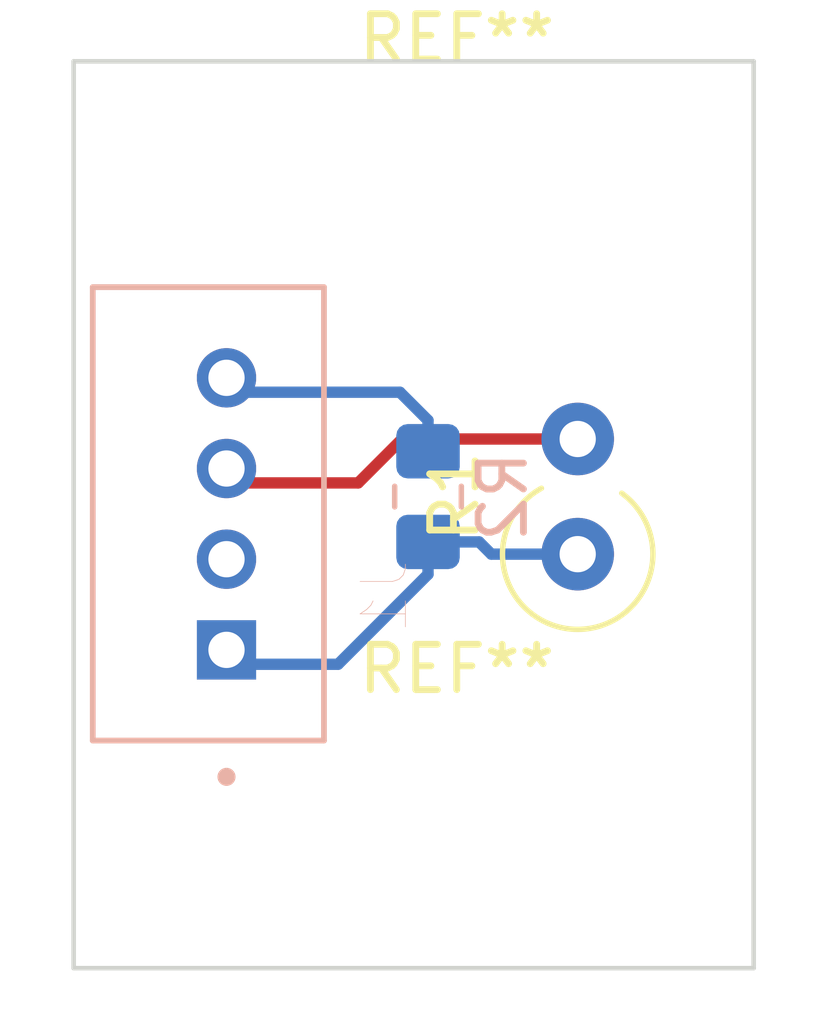
<source format=kicad_pcb>
(kicad_pcb (version 20171130) (host pcbnew "(5.1.10-1-10_14)")

  (general
    (thickness 1.6)
    (drawings 4)
    (tracks 12)
    (zones 0)
    (modules 5)
    (nets 5)
  )

  (page A4)
  (layers
    (0 F.Cu signal)
    (31 B.Cu signal)
    (32 B.Adhes user)
    (33 F.Adhes user)
    (34 B.Paste user)
    (35 F.Paste user)
    (36 B.SilkS user)
    (37 F.SilkS user)
    (38 B.Mask user)
    (39 F.Mask user)
    (40 Dwgs.User user)
    (41 Cmts.User user)
    (42 Eco1.User user)
    (43 Eco2.User user)
    (44 Edge.Cuts user)
    (45 Margin user)
    (46 B.CrtYd user)
    (47 F.CrtYd user)
    (48 B.Fab user)
    (49 F.Fab user)
  )

  (setup
    (last_trace_width 0.25)
    (trace_clearance 0.2)
    (zone_clearance 0.508)
    (zone_45_only no)
    (trace_min 0.2)
    (via_size 0.8)
    (via_drill 0.4)
    (via_min_size 0.4)
    (via_min_drill 0.3)
    (uvia_size 0.3)
    (uvia_drill 0.1)
    (uvias_allowed no)
    (uvia_min_size 0.2)
    (uvia_min_drill 0.1)
    (edge_width 0.1)
    (segment_width 0.2)
    (pcb_text_width 0.3)
    (pcb_text_size 1.5 1.5)
    (mod_edge_width 0.15)
    (mod_text_size 1 1)
    (mod_text_width 0.15)
    (pad_size 1.524 1.524)
    (pad_drill 0.762)
    (pad_to_mask_clearance 0)
    (aux_axis_origin 0 0)
    (visible_elements FFFFFF7F)
    (pcbplotparams
      (layerselection 0x010fc_ffffffff)
      (usegerberextensions false)
      (usegerberattributes true)
      (usegerberadvancedattributes true)
      (creategerberjobfile true)
      (excludeedgelayer true)
      (linewidth 0.100000)
      (plotframeref false)
      (viasonmask false)
      (mode 1)
      (useauxorigin false)
      (hpglpennumber 1)
      (hpglpenspeed 20)
      (hpglpendiameter 15.000000)
      (psnegative false)
      (psa4output false)
      (plotreference true)
      (plotvalue true)
      (plotinvisibletext false)
      (padsonsilk false)
      (subtractmaskfromsilk false)
      (outputformat 1)
      (mirror false)
      (drillshape 1)
      (scaleselection 1)
      (outputdirectory ""))
  )

  (net 0 "")
  (net 1 "Net-(J1-Pad1)")
  (net 2 "Net-(J1-Pad2)")
  (net 3 "Net-(J1-Pad3)")
  (net 4 "Net-(J1-Pad4)")

  (net_class Default "This is the default net class."
    (clearance 0.2)
    (trace_width 0.25)
    (via_dia 0.8)
    (via_drill 0.4)
    (uvia_dia 0.3)
    (uvia_drill 0.1)
    (add_net "Net-(J1-Pad1)")
    (add_net "Net-(J1-Pad2)")
    (add_net "Net-(J1-Pad3)")
    (add_net "Net-(J1-Pad4)")
  )

  (module MountingHole:MountingHole_2.5mm (layer F.Cu) (tedit 56D1B4CB) (tstamp 6160C3C4)
    (at 183.4515 90.9955)
    (descr "Mounting Hole 2.5mm, no annular")
    (tags "mounting hole 2.5mm no annular")
    (attr virtual)
    (fp_text reference REF** (at 0 -3.5) (layer F.SilkS)
      (effects (font (size 1 1) (thickness 0.15)))
    )
    (fp_text value MountingHole_2.5mm (at 0 3.5) (layer F.Fab)
      (effects (font (size 1 1) (thickness 0.15)))
    )
    (fp_text user %R (at 0.3 0) (layer F.Fab)
      (effects (font (size 1 1) (thickness 0.15)))
    )
    (fp_circle (center 0 0) (end 2.5 0) (layer Cmts.User) (width 0.15))
    (fp_circle (center 0 0) (end 2.75 0) (layer F.CrtYd) (width 0.05))
    (pad 1 np_thru_hole circle (at 0 0) (size 2.5 2.5) (drill 2.5) (layers *.Cu *.Mask))
  )

  (module MountingHole:MountingHole_2.5mm (layer F.Cu) (tedit 56D1B4CB) (tstamp 6160C367)
    (at 183.4515 104.902)
    (descr "Mounting Hole 2.5mm, no annular")
    (tags "mounting hole 2.5mm no annular")
    (attr virtual)
    (fp_text reference REF** (at 0 -3.5) (layer F.SilkS)
      (effects (font (size 1 1) (thickness 0.15)))
    )
    (fp_text value MountingHole_2.5mm (at 0 3.5) (layer F.Fab)
      (effects (font (size 1 1) (thickness 0.15)))
    )
    (fp_text user %R (at 1.397 -1.2065) (layer F.Fab)
      (effects (font (size 1 1) (thickness 0.15)))
    )
    (fp_circle (center 0 0) (end 2.5 0) (layer Cmts.User) (width 0.15))
    (fp_circle (center 0 0) (end 2.75 0) (layer F.CrtYd) (width 0.05))
    (pad 1 np_thru_hole circle (at 0 0) (size 2.5 2.5) (drill 2.5) (layers *.Cu *.Mask))
  )

  (module "110990030(2):SEEED_110990030" (layer B.Cu) (tedit 60CB693B) (tstamp 6160627E)
    (at 178.3715 97.9805 90)
    (path /60CD7EB0)
    (fp_text reference J1 (at -1.825 3.485 270) (layer B.SilkS)
      (effects (font (size 1 1) (thickness 0.015)) (justify mirror))
    )
    (fp_text value 110990030 (at 4.525 -4.385 270) (layer B.Fab)
      (effects (font (size 1 1) (thickness 0.015)) (justify mirror))
    )
    (fp_circle (center -5.8 0) (end -5.7 0) (layer B.SilkS) (width 0.2))
    (fp_circle (center -5.8 0) (end -5.7 0) (layer B.Fab) (width 0.2))
    (fp_line (start -5.25 -3.2) (end -5.25 2.4) (layer B.CrtYd) (width 0.05))
    (fp_line (start 5.25 -3.2) (end -5.25 -3.2) (layer B.CrtYd) (width 0.05))
    (fp_line (start 5.25 2.4) (end 5.25 -3.2) (layer B.CrtYd) (width 0.05))
    (fp_line (start -5.25 2.4) (end 5.25 2.4) (layer B.CrtYd) (width 0.05))
    (fp_line (start -5 -2.95) (end -5 2.15) (layer B.SilkS) (width 0.127))
    (fp_line (start 5 -2.95) (end -5 -2.95) (layer B.SilkS) (width 0.127))
    (fp_line (start 5 2.15) (end 5 -2.95) (layer B.SilkS) (width 0.127))
    (fp_line (start -5 2.15) (end 5 2.15) (layer B.SilkS) (width 0.127))
    (fp_line (start -5 -2.95) (end -5 2.15) (layer B.Fab) (width 0.127))
    (fp_line (start 5 -2.95) (end -5 -2.95) (layer B.Fab) (width 0.127))
    (fp_line (start 5 2.15) (end 5 -2.95) (layer B.Fab) (width 0.127))
    (fp_line (start -5 2.15) (end 5 2.15) (layer B.Fab) (width 0.127))
    (pad 1 thru_hole rect (at -3 0 90) (size 1.308 1.308) (drill 0.8) (layers *.Cu *.Mask)
      (net 1 "Net-(J1-Pad1)"))
    (pad 2 thru_hole circle (at -1 0 90) (size 1.308 1.308) (drill 0.8) (layers *.Cu *.Mask)
      (net 2 "Net-(J1-Pad2)"))
    (pad 3 thru_hole circle (at 1 0 90) (size 1.308 1.308) (drill 0.8) (layers *.Cu *.Mask)
      (net 3 "Net-(J1-Pad3)"))
    (pad 4 thru_hole circle (at 3 0 90) (size 1.308 1.308) (drill 0.8) (layers *.Cu *.Mask)
      (net 4 "Net-(J1-Pad4)"))
  )

  (module Resistor_THT:R_Axial_DIN0309_L9.0mm_D3.2mm_P2.54mm_Vertical (layer F.Cu) (tedit 5AE5139B) (tstamp 61606417)
    (at 186.1185 98.8695 90)
    (descr "Resistor, Axial_DIN0309 series, Axial, Vertical, pin pitch=2.54mm, 0.5W = 1/2W, length*diameter=9*3.2mm^2, http://cdn-reichelt.de/documents/datenblatt/B400/1_4W%23YAG.pdf")
    (tags "Resistor Axial_DIN0309 series Axial Vertical pin pitch 2.54mm 0.5W = 1/2W length 9mm diameter 3.2mm")
    (path /60CB8C65)
    (fp_text reference R1 (at 1.27 -2.72 90) (layer F.SilkS)
      (effects (font (size 1 1) (thickness 0.15)))
    )
    (fp_text value R_PHOTO (at 1.27 2.72 90) (layer F.Fab)
      (effects (font (size 1 1) (thickness 0.15)))
    )
    (fp_line (start 3.59 -1.85) (end -1.85 -1.85) (layer F.CrtYd) (width 0.05))
    (fp_line (start 3.59 1.85) (end 3.59 -1.85) (layer F.CrtYd) (width 0.05))
    (fp_line (start -1.85 1.85) (end 3.59 1.85) (layer F.CrtYd) (width 0.05))
    (fp_line (start -1.85 -1.85) (end -1.85 1.85) (layer F.CrtYd) (width 0.05))
    (fp_line (start 0 0) (end 2.54 0) (layer F.Fab) (width 0.1))
    (fp_circle (center 0 0) (end 1.6 0) (layer F.Fab) (width 0.1))
    (fp_arc (start 0 0) (end 1.453272 -0.8) (angle -295.326041) (layer F.SilkS) (width 0.12))
    (fp_text user %R (at 1.27 -2.72 90) (layer F.Fab)
      (effects (font (size 1 1) (thickness 0.15)))
    )
    (pad 1 thru_hole circle (at 0 0 90) (size 1.6 1.6) (drill 0.8) (layers *.Cu *.Mask)
      (net 1 "Net-(J1-Pad1)"))
    (pad 2 thru_hole oval (at 2.54 0 90) (size 1.6 1.6) (drill 0.8) (layers *.Cu *.Mask)
      (net 3 "Net-(J1-Pad3)"))
    (model ${KISYS3DMOD}/Resistor_THT.3dshapes/R_Axial_DIN0309_L9.0mm_D3.2mm_P2.54mm_Vertical.wrl
      (at (xyz 0 0 0))
      (scale (xyz 1 1 1))
      (rotate (xyz 0 0 0))
    )
  )

  (module Resistor_SMD:R_0805_2012Metric_Pad1.20x1.40mm_HandSolder (layer B.Cu) (tedit 5F68FEEE) (tstamp 61606424)
    (at 182.8165 97.5995 90)
    (descr "Resistor SMD 0805 (2012 Metric), square (rectangular) end terminal, IPC_7351 nominal with elongated pad for handsoldering. (Body size source: IPC-SM-782 page 72, https://www.pcb-3d.com/wordpress/wp-content/uploads/ipc-sm-782a_amendment_1_and_2.pdf), generated with kicad-footprint-generator")
    (tags "resistor handsolder")
    (path /60CBC008)
    (attr smd)
    (fp_text reference R2 (at 0 1.65 270) (layer B.SilkS)
      (effects (font (size 1 1) (thickness 0.15)) (justify mirror))
    )
    (fp_text value "100k R" (at 0 -1.65 270) (layer B.Fab)
      (effects (font (size 1 1) (thickness 0.15)) (justify mirror))
    )
    (fp_line (start 1.85 -0.95) (end -1.85 -0.95) (layer B.CrtYd) (width 0.05))
    (fp_line (start 1.85 0.95) (end 1.85 -0.95) (layer B.CrtYd) (width 0.05))
    (fp_line (start -1.85 0.95) (end 1.85 0.95) (layer B.CrtYd) (width 0.05))
    (fp_line (start -1.85 -0.95) (end -1.85 0.95) (layer B.CrtYd) (width 0.05))
    (fp_line (start -0.227064 -0.735) (end 0.227064 -0.735) (layer B.SilkS) (width 0.12))
    (fp_line (start -0.227064 0.735) (end 0.227064 0.735) (layer B.SilkS) (width 0.12))
    (fp_line (start 1 -0.625) (end -1 -0.625) (layer B.Fab) (width 0.1))
    (fp_line (start 1 0.625) (end 1 -0.625) (layer B.Fab) (width 0.1))
    (fp_line (start -1 0.625) (end 1 0.625) (layer B.Fab) (width 0.1))
    (fp_line (start -1 -0.625) (end -1 0.625) (layer B.Fab) (width 0.1))
    (fp_text user %R (at 0 0 270) (layer B.Fab)
      (effects (font (size 0.5 0.5) (thickness 0.08)) (justify mirror))
    )
    (pad 1 smd roundrect (at -1 0 90) (size 1.2 1.4) (layers B.Cu B.Paste B.Mask) (roundrect_rratio 0.208333)
      (net 1 "Net-(J1-Pad1)"))
    (pad 2 smd roundrect (at 1 0 90) (size 1.2 1.4) (layers B.Cu B.Paste B.Mask) (roundrect_rratio 0.208333)
      (net 4 "Net-(J1-Pad4)"))
    (model ${KISYS3DMOD}/Resistor_SMD.3dshapes/R_0805_2012Metric.wrl
      (at (xyz 0 0 0))
      (scale (xyz 1 1 1))
      (rotate (xyz 0 0 0))
    )
  )

  (gr_line (start 190 88) (end 190 108) (layer Edge.Cuts) (width 0.1) (tstamp 6160C448))
  (gr_line (start 175 88) (end 190 88) (layer Edge.Cuts) (width 0.1))
  (gr_line (start 175 108) (end 190 108) (layer Edge.Cuts) (width 0.1))
  (gr_line (start 175 88) (end 175 108) (layer Edge.Cuts) (width 0.1))

  (segment (start 182.8165 98.5995) (end 182.8165 99.314) (width 0.25) (layer B.Cu) (net 1))
  (segment (start 180.8325 101.298) (end 178.3715 101.298) (width 0.25) (layer B.Cu) (net 1))
  (segment (start 182.8165 99.314) (end 180.8325 101.298) (width 0.25) (layer B.Cu) (net 1))
  (segment (start 182.8165 98.5995) (end 183.9435 98.5995) (width 0.25) (layer B.Cu) (net 1))
  (segment (start 184.2135 98.8695) (end 186.1185 98.8695) (width 0.25) (layer B.Cu) (net 1))
  (segment (start 183.9435 98.5995) (end 184.2135 98.8695) (width 0.25) (layer B.Cu) (net 1))
  (segment (start 178.3715 97.298) (end 181.2765 97.298) (width 0.25) (layer F.Cu) (net 3))
  (segment (start 182.245 96.3295) (end 186.1185 96.3295) (width 0.25) (layer F.Cu) (net 3))
  (segment (start 181.2765 97.298) (end 182.245 96.3295) (width 0.25) (layer F.Cu) (net 3))
  (segment (start 178.3715 95.298) (end 182.197 95.298) (width 0.25) (layer B.Cu) (net 4))
  (segment (start 182.8165 95.9175) (end 182.8165 96.5995) (width 0.25) (layer B.Cu) (net 4))
  (segment (start 182.197 95.298) (end 182.8165 95.9175) (width 0.25) (layer B.Cu) (net 4))

)

</source>
